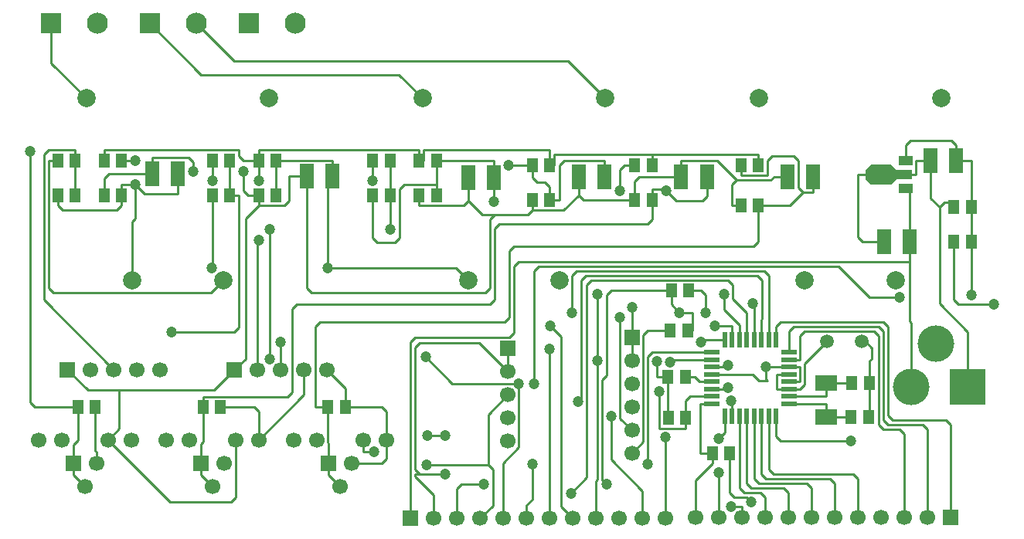
<source format=gbl>
G04 DipTrace 2.4.0.2*
%INBottom.gbl*%
%MOIN*%
%ADD14C,0.01*%
%ADD15C,0.0787*%
%ADD16R,0.0906X0.0906*%
%ADD17C,0.0906*%
%ADD18R,0.0512X0.0591*%
%ADD19R,0.0669X0.0669*%
%ADD20C,0.0669*%
%ADD21R,0.063X0.1063*%
%ADD22C,0.0669*%
%ADD24R,0.0669X0.0197*%
%ADD25R,0.0197X0.0669*%
%ADD27R,0.0591X0.0394*%
%ADD28C,0.1575*%
%ADD29R,0.1575X0.1575*%
%ADD31C,0.0591*%
%ADD32R,0.0945X0.0669*%
%ADD33C,0.0472*%
%FSLAX44Y44*%
G04*
G70*
G90*
G75*
G01*
%LNBottom*%
%LPD*%
X5259Y25988D2*
D14*
Y24260D1*
X6781Y22737D1*
X5957Y11015D2*
X6842Y10130D1*
X8192D1*
X12281D1*
X13157Y11006D1*
X13561Y19569D2*
Y18751D1*
X13761Y18551D1*
X14207D1*
X11383Y19569D2*
Y19967D1*
X11183Y20167D1*
X9629D1*
Y19485D1*
X13207Y7981D2*
Y5496D1*
X13007Y5296D1*
X10392D1*
X7707Y7981D1*
X23243Y19322D2*
Y18306D1*
X23043Y18106D1*
X21122D1*
Y18551D1*
X16273Y19377D2*
Y14531D1*
X16473Y14331D1*
X23993D1*
X24193Y14531D1*
Y17506D1*
X24393Y17706D1*
X25819D1*
X26019Y17906D1*
X27366D1*
X28019Y18559D1*
X28219Y18359D1*
X30434D1*
X32434Y19359D2*
Y20041D1*
X33980D1*
X34807Y19214D1*
X34607Y19014D1*
Y18109D1*
X35012D1*
X28019Y18559D2*
Y19359D1*
X21476Y8167D2*
X22249D1*
X18707Y7981D2*
Y7465D1*
X19181D1*
X23243Y18306D2*
X23843Y17706D1*
X24393D1*
X34807Y19214D2*
X36294D1*
X36439Y19359D1*
X37012D1*
X30434Y18359D2*
Y19159D1*
X30634Y19359D1*
X32434D1*
X26019Y17906D2*
Y18359D1*
X13157Y11006D2*
X13641Y11490D1*
Y17540D1*
X14207Y18106D1*
X15328D1*
X15528Y18306D1*
Y19377D1*
X16273D1*
X14207Y18551D2*
Y18106D1*
X9629Y19485D2*
X7744D1*
X7544Y19285D1*
Y18551D1*
X7707Y7981D2*
X8192Y8465D1*
Y10130D1*
X8749Y14875D2*
Y17398D1*
X8884Y17533D1*
Y18997D1*
X8292D1*
Y18551D1*
Y20051D2*
X8884D1*
Y18997D2*
X9270Y18610D1*
X10731D1*
Y19485D1*
X8292Y18551D2*
Y18106D1*
X8092Y17906D1*
X5744D1*
X5544Y18106D1*
Y18551D1*
X6292D2*
Y20051D1*
Y20497D1*
X5138D1*
X4938Y20297D1*
Y14034D1*
X7957Y11015D1*
X5544Y20051D2*
X5138D1*
Y14531D1*
X5338Y14331D1*
X12143D1*
X12687Y14875D1*
X7544Y20051D2*
Y20497D1*
X13361D1*
Y20251D1*
X13561Y20051D1*
X14207D1*
X26767Y19859D2*
X26967D1*
Y20305D1*
X31182D1*
X35761D1*
Y19859D1*
X14207Y20051D2*
Y19183D1*
X14157Y11006D2*
Y16545D1*
X14207Y16596D1*
X31182Y20305D2*
Y19859D1*
X21122Y20051D2*
X21328D1*
Y20497D1*
X26767D1*
Y19859D1*
X14207Y20051D2*
Y20497D1*
X21122D1*
Y20051D1*
X4339Y20437D2*
Y9609D1*
X4539Y9409D1*
X6406D1*
X26767Y18359D2*
X27173D1*
Y19841D1*
X27373Y20041D1*
X29121D1*
Y19359D1*
X26019Y19859D2*
Y19317D1*
X26219Y19117D1*
X26567D1*
X26767Y18917D1*
Y18359D1*
X24996Y19859D2*
X26019D1*
X6207Y6981D2*
Y6481D1*
X6707Y5981D1*
X6406Y9409D2*
Y7965D1*
X6207Y7766D1*
Y6981D1*
X14955Y18551D2*
Y20051D1*
X17176Y15418D2*
X22706D1*
X23249Y14875D1*
X17376Y19377D2*
X17176D1*
Y15418D1*
X14955Y20051D2*
X17376D1*
Y19377D1*
X12171Y15418D2*
X12207Y15455D1*
Y18551D1*
X12955Y20051D2*
Y18551D1*
X13361D1*
Y12852D1*
X13161Y12652D1*
X10442D1*
X24345Y18292D2*
Y19322D1*
X21871Y20051D2*
Y18997D1*
X20476D1*
X20276Y18797D1*
Y16701D1*
X20076Y16501D1*
X19322D1*
X19122Y16701D1*
Y18551D1*
X21871Y18997D2*
Y18551D1*
X24345Y19322D2*
Y20051D1*
X21871D1*
X12207Y19183D2*
Y20051D1*
X19871Y17088D2*
Y18551D1*
X14672Y11490D2*
Y17088D1*
X19871Y18551D2*
Y20051D1*
X19122Y19183D2*
Y20051D1*
X24949Y11940D2*
Y10940D1*
X44801Y10282D2*
Y12660D1*
X43581Y13879D1*
Y18030D1*
X43187Y18424D1*
Y20030D1*
X24949Y10940D2*
X23727Y12162D1*
X21156D1*
X20956Y11962D1*
Y6712D1*
X21156Y6512D1*
X22249D1*
X37073Y10504D2*
X37558D1*
Y11134D1*
X37073D1*
X30304Y11421D2*
Y12421D1*
X43581Y18030D2*
X43781Y18230D1*
X44187D1*
Y18030D1*
X21156Y6512D2*
X20956D1*
Y6409D1*
X21756Y5609D1*
Y4601D1*
X41396Y19440D2*
X40042D1*
Y16730D1*
X40242Y16530D1*
X41187D1*
X43187Y20030D2*
X42550D1*
Y19440D1*
X41396D1*
X36073Y11134D2*
Y10924D1*
X36099Y10898D1*
Y10611D1*
X36149Y10561D1*
X35772D1*
X35515Y10819D1*
X33766D1*
X37073Y11134D2*
X36073D1*
X40543Y10441D2*
Y8983D1*
X40513D1*
X40220Y12237D2*
X40370D1*
X40665Y11941D1*
Y11503D1*
X40543Y11381D1*
Y10441D1*
X31860Y10707D2*
X31374D1*
Y11377D1*
X31885Y8929D2*
X31860D1*
Y10707D1*
X30304Y12421D2*
Y13697D1*
X42360Y10282D2*
Y13035D1*
X42290Y13105D1*
Y15663D1*
X41463D1*
X41441Y15684D1*
X25412D1*
X25212Y15484D1*
Y12625D1*
X25012Y12425D1*
X20956D1*
X20756Y12225D1*
Y4601D1*
X42290Y16530D2*
Y15663D1*
X42105Y18849D2*
X42290Y18833D1*
Y16530D1*
X42105Y18849D2*
X42274D1*
X42290Y18833D1*
X7207Y6981D2*
Y7465D1*
X7154Y7518D1*
Y9409D1*
X15157Y11006D2*
Y12207D1*
X33537Y19359D2*
Y18509D1*
X33337Y18309D1*
X32211D1*
X31775Y18745D1*
X29773D2*
Y19659D1*
X29973Y19859D1*
X30434D1*
X11707Y6981D2*
Y6481D1*
X12207Y5981D1*
X11802Y9409D2*
Y7913D1*
X11707Y7818D1*
Y6981D1*
X31182Y18359D2*
Y17506D1*
X30982Y17306D1*
X24593D1*
X24393Y17106D1*
Y14057D1*
X24193Y13857D1*
X15841D1*
X15641Y13657D1*
Y10054D1*
X15441Y9854D1*
X11802D1*
Y9409D1*
X31775Y18745D2*
X31716Y18805D1*
X31182D1*
Y18359D1*
X16157Y11006D2*
Y9930D1*
X14207Y7981D1*
Y9209D1*
X14007Y9409D1*
X12550D1*
X35012Y19859D2*
Y19414D1*
X36166D1*
Y20041D1*
X36366Y20241D1*
X37277D1*
X37477Y20041D1*
Y18878D1*
X37677Y18678D1*
X37109Y18109D1*
X35761D1*
X37677Y18678D2*
X38115D1*
Y19359D1*
X17207Y6981D2*
Y6481D1*
X17707Y5981D1*
X17198Y9409D2*
Y7870D1*
X17207Y7861D1*
Y6981D1*
X35761Y18109D2*
Y16554D1*
X35561Y16354D1*
X25212D1*
X25012Y16154D1*
Y13290D1*
X24812Y13090D1*
X16841D1*
X16641Y12890D1*
Y9409D1*
X17198D1*
X18207Y6981D2*
X19507D1*
X19707Y7181D1*
Y7981D1*
X17946Y9409D2*
Y10216D1*
X17157Y11006D1*
X19707Y7981D2*
Y9209D1*
X19507Y9409D1*
X17946D1*
X37073Y10819D2*
X36536D1*
Y10189D1*
X37073D1*
X26070Y10421D2*
Y15284D1*
X26270Y15484D1*
X39224D1*
X40564Y14145D1*
X41835D1*
X24949Y9940D2*
X24103Y9094D1*
Y6898D1*
X24303Y6698D1*
Y5148D1*
X23756Y4601D1*
X42105Y20030D2*
Y20712D1*
X42305Y20912D1*
X44090D1*
X44290Y20712D1*
Y20030D1*
X31473Y10076D2*
Y8484D1*
X32633D1*
Y8929D1*
X33496Y13478D2*
Y14239D1*
X33296Y14439D1*
X32761D1*
X24103Y6898D2*
X21456D1*
X37073Y10189D2*
X37558D1*
X37758Y10389D1*
Y11275D1*
X38720Y12237D1*
X44935Y16530D2*
Y14239D1*
Y18030D2*
Y16530D1*
X44290Y20030D2*
X44935D1*
Y18030D1*
X32633Y8929D2*
Y9674D1*
X32833Y9874D1*
X33766D1*
X45924Y13852D2*
X44387D1*
X44187Y14052D1*
Y16530D1*
X29214Y6072D2*
X29027Y6258D1*
Y10589D1*
X29214Y10775D1*
Y14239D1*
X29414Y14439D1*
X32013D1*
X23917Y6072D2*
X22956D1*
X22756Y5872D1*
Y4601D1*
X32351Y13492D2*
X32923D1*
X32909Y13479D1*
Y12711D1*
X32704D1*
X32013Y14439D2*
Y13830D1*
X32351Y13492D1*
X35529Y13879D2*
X35577Y13830D1*
Y12315D1*
X31955Y12711D2*
X30988D1*
X30788Y12511D1*
Y7906D1*
X30304Y7421D1*
X33766Y9559D2*
X33263D1*
Y7421D1*
X33781D1*
Y6976D1*
X33063Y6258D1*
Y4636D1*
X35449Y5307D2*
X35249Y5507D1*
X34729D1*
X34529Y5707D1*
Y7421D1*
X32608Y10707D2*
X33014D1*
X33217Y10504D1*
X33766D1*
X39795Y10441D2*
X39322D1*
X39321Y10440D1*
X38699D1*
Y9874D1*
X37073D1*
X39765Y8983D2*
X39322D1*
X39321Y8984D1*
X38699D1*
Y9559D1*
X37073D1*
X27730Y13478D2*
Y15084D1*
X27930Y15284D1*
X36007D1*
X36207Y15084D1*
Y12315D1*
X29800Y13292D2*
Y8925D1*
X30304Y8421D1*
X27970Y9636D2*
X28117Y9783D1*
Y14884D1*
X28317Y15084D1*
X35715D1*
X35915Y14884D1*
Y13199D1*
X35892Y13176D1*
Y12315D1*
X21407Y11576D2*
X22558Y10425D1*
X25434D1*
Y7662D1*
X24756Y6984D1*
Y4601D1*
X31947Y11339D2*
X32057Y11449D1*
X33766D1*
X26006Y6937D2*
Y5418D1*
X25756Y5168D1*
Y4601D1*
X30988Y6937D2*
Y11564D1*
X31188Y11764D1*
X33766D1*
X26756Y4601D2*
Y11906D1*
X33296Y12198D2*
X33412Y12315D1*
X34317D1*
X26770Y12906D2*
X27241Y12435D1*
Y5116D1*
X27756Y4601D1*
X33883Y12906D2*
X34632D1*
Y12315D1*
X28827Y14265D2*
Y11425D1*
X34947Y12315D2*
Y12957D1*
X34278Y13627D1*
Y14265D1*
X28827Y11425D2*
Y6293D1*
X28756Y6222D1*
Y4601D1*
X27677Y5685D2*
X28356Y6364D1*
Y14684D1*
X28556Y14884D1*
X34464D1*
X34664Y14684D1*
Y14091D1*
X35262Y13492D1*
Y12315D1*
X31756Y4601D2*
Y8097D1*
X34437Y11205D2*
X34366Y11134D1*
X33766D1*
X30756Y4601D2*
Y5787D1*
X29414Y7129D1*
Y9005D1*
X34437Y10251D2*
X34375Y10189D1*
X33766D1*
X36522Y12315D2*
Y12882D1*
X36722Y13082D1*
X41149D1*
X41349Y12882D1*
Y9039D1*
X41549Y8839D1*
X43863D1*
X44063Y8639D1*
Y4636D1*
X37073Y11764D2*
Y12682D1*
X37273Y12882D1*
X40949D1*
X41149Y12682D1*
Y8839D1*
X41349Y8639D1*
X42863D1*
X43063Y8439D1*
Y4636D1*
X37073Y11449D2*
X37558D1*
Y12482D1*
X37758Y12682D1*
X40749D1*
X40949Y12482D1*
Y8639D1*
X41149Y8439D1*
X41863D1*
X42063Y8239D1*
Y4636D1*
X39739Y7960D2*
X36722D1*
X36522Y8160D1*
Y9008D1*
X36207D2*
Y6707D1*
X36407Y6507D1*
X39863D1*
X40063Y6307D1*
Y4636D1*
X35892Y9008D2*
Y6507D1*
X36092Y6307D1*
X38863D1*
X39063Y6107D1*
Y4636D1*
X35577Y9008D2*
Y6307D1*
X35777Y6107D1*
X37863D1*
X38063Y5907D1*
Y4636D1*
X35262Y9008D2*
Y6107D1*
X35462Y5907D1*
X36863D1*
X37063Y5707D1*
Y4636D1*
X34947Y9008D2*
Y5907D1*
X35147Y5707D1*
X35863D1*
X36063Y5507D1*
Y4636D1*
X34578Y5121D2*
X35063D1*
Y4636D1*
X34578Y9679D2*
X34632Y9625D1*
Y9008D1*
X34063Y8053D2*
X34317Y8307D1*
Y9008D1*
X34063Y4636D2*
Y6590D1*
X9516Y25967D2*
X11724Y23758D1*
X20260D1*
X21281Y22737D1*
X11516Y25967D2*
X13137Y24346D1*
X27548D1*
X29156Y22737D1*
D33*
X11383Y19569D3*
X13561D3*
X22249Y8167D3*
X21476D3*
X19181Y7465D3*
X8884Y18997D3*
Y20051D3*
X14207Y19183D3*
Y16596D3*
X24996Y19859D3*
X4339Y20437D3*
X12171Y15418D3*
X17176D3*
X10442Y12652D3*
X24345Y18292D3*
X12207Y19183D3*
X19871Y17088D3*
X14672D3*
Y11490D3*
X19122Y19183D3*
X22249Y6512D3*
X31374Y11377D3*
X30304Y13697D3*
X36073Y11134D3*
X15157Y12207D3*
X29773Y18745D3*
X31775D3*
X41835Y14145D3*
X31473Y10076D3*
X33496Y13478D3*
X44935Y14239D3*
X21456Y6898D3*
X26070Y10421D3*
X45924Y13852D3*
X32351Y13492D3*
X29214Y6072D3*
X23917D3*
X35529Y13879D3*
X35449Y5307D3*
X27730Y13478D3*
X29800Y13292D3*
X27970Y9636D3*
X31947Y11339D3*
X21407Y11576D3*
X25434Y10425D3*
X30988Y6937D3*
X26006D3*
X33296Y12198D3*
X26756Y11906D3*
X26770Y12906D3*
X33883D3*
X34278Y14265D3*
X28827D3*
Y11425D3*
X27677Y5685D3*
X34437Y11205D3*
X31756Y8097D3*
X34437Y10251D3*
X29414Y9005D3*
X39739Y7960D3*
X34578Y9679D3*
Y5121D3*
X34063Y8053D3*
Y6590D3*
D15*
X8749Y14875D3*
X12687D3*
X6781Y22737D3*
X14656D3*
X23249Y14875D3*
X27187D3*
X21281Y22737D3*
X29156D3*
X37749Y14875D3*
X41687D3*
X35781Y22737D3*
X43656D3*
D16*
X5259Y25988D3*
D17*
X7259D3*
D16*
X9516Y25967D3*
D17*
X11516D3*
D16*
X13774Y25968D3*
D17*
X15774D3*
D18*
X6292Y18551D3*
X5544D3*
X6292Y20051D3*
X5544D3*
X8292D3*
X7544D3*
X8292Y18551D3*
X7544D3*
X12955D3*
X12207D3*
X12955Y20051D3*
X12207D3*
X14955D3*
X14207D3*
X14955Y18551D3*
X14207D3*
D19*
X5957Y11015D3*
D20*
X6957D3*
X7957D3*
X8957D3*
X9957D3*
D18*
X19871Y18551D3*
X19122D3*
X19871Y20051D3*
X19122D3*
X21871D3*
X21122D3*
X21871Y18551D3*
X21122D3*
D19*
X13157Y11006D3*
D20*
X14157D3*
X15157D3*
X16157D3*
X17157D3*
D19*
X6207Y6981D3*
D20*
X7207D3*
D21*
X29121Y19359D3*
X28019D3*
D18*
X26767Y19859D3*
X26019D3*
X26767Y18359D3*
X26019D3*
D19*
X11707Y6981D3*
D20*
X12707D3*
D21*
X33537Y19359D3*
X32434D3*
D18*
X31182Y19859D3*
X30434D3*
X31182Y18359D3*
X30434D3*
D19*
X17207Y6981D3*
D20*
X18207D3*
D21*
X38115Y19359D3*
X37012D3*
D18*
X35761Y19859D3*
X35012D3*
X35761Y18109D3*
X35012D3*
D22*
X4707Y7981D3*
X5707D3*
X6707Y5981D3*
X7707Y7981D3*
X8707D3*
X10207D3*
X11207D3*
X12207Y5981D3*
X13207Y7981D3*
X14207D3*
X15707D3*
X16707D3*
X17707Y5981D3*
X18707Y7981D3*
X19707D3*
D21*
X10731Y19485D3*
X9629D3*
X17376Y19377D3*
X16273D3*
X24345Y19322D3*
X23243D3*
D24*
X37073Y11764D3*
Y11449D3*
Y11134D3*
Y10819D3*
Y10504D3*
Y10189D3*
Y9874D3*
Y9559D3*
D25*
X36522Y9008D3*
X36207D3*
X35892D3*
X35577D3*
X35262D3*
X34947D3*
X34632D3*
X34317D3*
D24*
X33766Y9559D3*
Y9874D3*
Y10189D3*
Y10504D3*
Y10819D3*
Y11134D3*
Y11449D3*
Y11764D3*
D25*
X34317Y12315D3*
X34632D3*
X34947D3*
X35262D3*
X35577D3*
X35892D3*
X36207D3*
X36522D3*
D21*
X42290Y16530D3*
X41187D3*
X44290Y20030D3*
X43187D3*
D27*
X42105D3*
G36*
X42400Y19243D2*
X41731D1*
X41494Y19007D1*
X40628D1*
X40392Y19243D1*
Y19637D1*
X40628Y19873D1*
X41494D1*
X41731Y19637D1*
X42400D1*
Y19243D1*
G37*
D27*
X42105Y18849D3*
D18*
X44935Y18030D3*
X44187D3*
D28*
X43423Y12132D3*
X42360Y10282D3*
D29*
X44801D3*
D18*
X44935Y16530D3*
X44187D3*
X31955Y12711D3*
X32704D3*
D19*
X30304Y12421D3*
D20*
Y11421D3*
Y10421D3*
Y9421D3*
Y8421D3*
Y7421D3*
D18*
X32761Y14439D3*
X32013D3*
D31*
X38720Y12237D3*
X40220D3*
D18*
X34529Y7421D3*
X33781D3*
X32608Y10707D3*
X31860D3*
D32*
X38699Y8984D3*
Y10440D3*
D18*
X40513Y8983D3*
X39765D3*
X40543Y10441D3*
X39795D3*
X32633Y8929D3*
X31885D3*
D19*
X20756Y4601D3*
D20*
X21756D3*
X22756D3*
X23756D3*
X24756D3*
X25756D3*
X26756D3*
X27756D3*
X28756D3*
X29756D3*
X30756D3*
X31756D3*
D19*
X44063Y4636D3*
D20*
X43063D3*
X42063D3*
X41063D3*
X40063D3*
X39063D3*
X38063D3*
X37063D3*
X36063D3*
X35063D3*
X34063D3*
X33063D3*
D19*
X24949Y11940D3*
D20*
Y10940D3*
Y9940D3*
Y8940D3*
Y7940D3*
D18*
X7154Y9409D3*
X6406D3*
X12550D3*
X11802D3*
X17946D3*
X17198D3*
M02*

</source>
